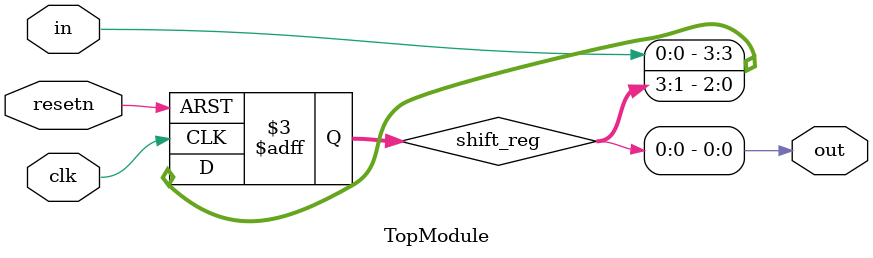
<source format=sv>

module TopModule (
    input clk,
    input resetn,
    input in,
    output reg out
);

reg [3:0] shift_reg;

always @ (posedge clk or negedge resetn) begin
    if (~resetn) begin
        shift_reg <= 4'b0;
    end else begin
        shift_reg <= {in, shift_reg[3:1]};
    end
end

assign out = shift_reg[0];

endmodule
</source>
